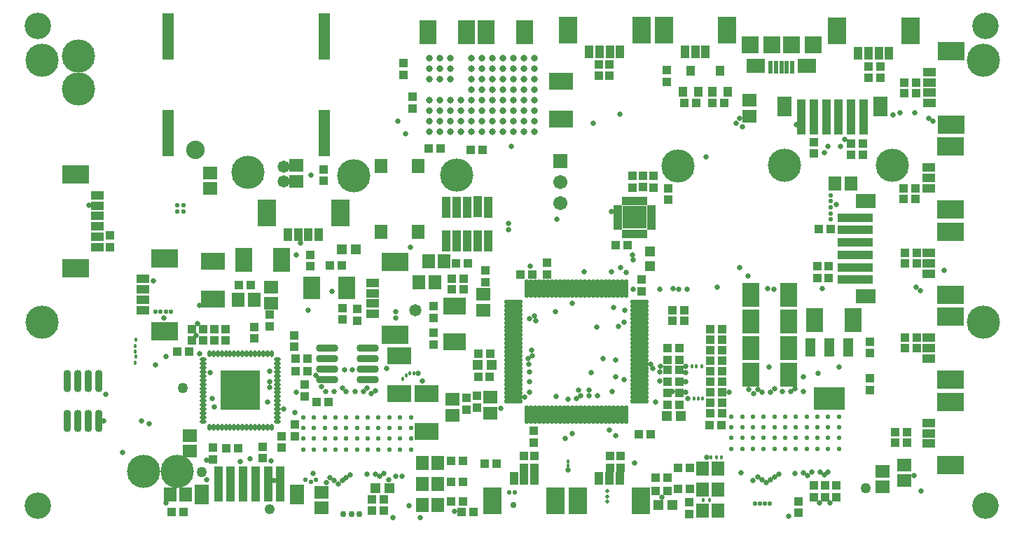
<source format=gts>
G04 Layer_Color=8388736*
%FSLAX25Y25*%
%MOIN*%
G70*
G01*
G75*
%ADD68C,0.01800*%
%ADD69C,0.05000*%
%ADD70C,0.02200*%
%ADD72C,0.02300*%
%ADD73C,0.02100*%
%ADD74C,0.02500*%
%ADD76C,0.02000*%
%ADD77C,0.03000*%
%ADD102R,0.09100X0.12600*%
%ADD103R,0.09800X0.06700*%
%ADD104R,0.12600X0.09100*%
%ADD105R,0.06700X0.09800*%
%ADD106R,0.05918X0.06902*%
%ADD107R,0.06706X0.05918*%
%ADD108R,0.05524X0.22060*%
%ADD109R,0.03950X0.05918*%
%ADD110R,0.05131X0.04737*%
%ADD111R,0.04737X0.05131*%
%ADD112R,0.04343X0.03950*%
%ADD113R,0.03950X0.04343*%
%ADD114C,0.03280*%
%ADD115R,0.08280X0.11430*%
%ADD116R,0.16548X0.03950*%
%ADD117R,0.04737X0.08674*%
%ADD118R,0.14579X0.10642*%
%ADD119R,0.05918X0.03950*%
%ADD120R,0.11036X0.08280*%
%ADD121R,0.05918X0.06706*%
%ADD122O,0.09068X0.01981*%
%ADD123O,0.01981X0.09068*%
%ADD124R,0.03950X0.10249*%
%ADD125R,0.11430X0.08280*%
%ADD126R,0.03950X0.04737*%
%ADD127R,0.02375X0.06115*%
%ADD128R,0.07887X0.08280*%
%ADD129R,0.08280X0.08280*%
%ADD130R,0.09068X0.07099*%
%ADD131R,0.03950X0.16548*%
%ADD132O,0.01784X0.03359*%
%ADD133R,0.18517X0.18517*%
%ADD134O,0.03359X0.01784*%
%ADD135O,0.03556X0.10642*%
%ADD136O,0.10642X0.03556*%
%ADD137R,0.08280X0.11036*%
%ADD138R,0.03950X0.02178*%
%ADD139R,0.02178X0.03950*%
%ADD140R,0.11430X0.11036*%
%ADD141C,0.15800*%
%ADD142R,0.06706X0.06706*%
%ADD143C,0.06706*%
%ADD144C,0.12611*%
%ADD145C,0.02600*%
%ADD146C,0.05800*%
%ADD147C,0.04800*%
%ADD148C,0.08800*%
D68*
X104751Y203125D02*
D03*
X104500Y200000D02*
D03*
Y208250D02*
D03*
Y205625D02*
D03*
X235000Y195000D02*
D03*
X231756Y192500D02*
D03*
X233256Y194000D02*
D03*
X237000Y195000D02*
D03*
X383500Y155000D02*
D03*
X381000D02*
D03*
X378500D02*
D03*
X377872Y134756D02*
D03*
X374744D02*
D03*
X310500Y153000D02*
D03*
Y151000D02*
D03*
X372500Y183000D02*
D03*
X374500D02*
D03*
X370284D02*
D03*
X374000Y198589D02*
D03*
X371500D02*
D03*
X369326D02*
D03*
X104626Y211000D02*
D03*
D69*
X452000Y140500D02*
D03*
X127000Y188000D02*
D03*
X136000Y148000D02*
D03*
D70*
X435500Y279714D02*
D03*
Y277000D02*
D03*
Y274000D02*
D03*
Y271000D02*
D03*
Y268500D02*
D03*
X185500Y144500D02*
D03*
X190500D02*
D03*
X118933Y224500D02*
D03*
X121500D02*
D03*
X116367D02*
D03*
X114000D02*
D03*
X188000Y143500D02*
D03*
D72*
X408635Y164390D02*
D03*
X439343Y174626D02*
D03*
X434225D02*
D03*
X429107D02*
D03*
X423989D02*
D03*
X418871D02*
D03*
X413753D02*
D03*
X408635D02*
D03*
X403517D02*
D03*
X398398D02*
D03*
X393280D02*
D03*
X388162D02*
D03*
X439343Y169508D02*
D03*
X434225D02*
D03*
X429107D02*
D03*
X423989D02*
D03*
X418871D02*
D03*
X413753D02*
D03*
X408635D02*
D03*
X403517D02*
D03*
X398398D02*
D03*
X393280D02*
D03*
X388162D02*
D03*
X439343Y164390D02*
D03*
X434225D02*
D03*
X429107D02*
D03*
X423989D02*
D03*
X418871D02*
D03*
X413753D02*
D03*
X403517D02*
D03*
X398398D02*
D03*
X393280D02*
D03*
X388162D02*
D03*
X439343Y159272D02*
D03*
X434225D02*
D03*
X429107D02*
D03*
X423989D02*
D03*
X418871D02*
D03*
X413753D02*
D03*
X408635D02*
D03*
X403517D02*
D03*
X398398D02*
D03*
X393280D02*
D03*
X388162D02*
D03*
X235599Y174236D02*
D03*
X230481D02*
D03*
X225363D02*
D03*
X220245D02*
D03*
X215127D02*
D03*
X210009D02*
D03*
X204891D02*
D03*
X199773D02*
D03*
X194654D02*
D03*
X189536D02*
D03*
X184418D02*
D03*
X235599Y169118D02*
D03*
X230481D02*
D03*
X225363D02*
D03*
X220245D02*
D03*
X215127D02*
D03*
X210009D02*
D03*
X204891D02*
D03*
X199773D02*
D03*
X194654D02*
D03*
X189536D02*
D03*
X184418D02*
D03*
X235599Y164000D02*
D03*
X230481D02*
D03*
X225363D02*
D03*
X220245D02*
D03*
X215127D02*
D03*
X210009D02*
D03*
X204891D02*
D03*
X199773D02*
D03*
X194654D02*
D03*
X189536D02*
D03*
X184418D02*
D03*
X235599Y158882D02*
D03*
X230481D02*
D03*
X225363D02*
D03*
X220245D02*
D03*
X215127D02*
D03*
X210009D02*
D03*
X204891D02*
D03*
X199773D02*
D03*
X194654D02*
D03*
X189536D02*
D03*
X184418D02*
D03*
D73*
X285250Y138500D02*
D03*
X406500Y133000D02*
D03*
X401877D02*
D03*
X404189D02*
D03*
X124500Y275000D02*
D03*
X399500Y133000D02*
D03*
X282500Y138500D02*
D03*
X127500Y275000D02*
D03*
Y272000D02*
D03*
X124500D02*
D03*
D74*
X234674Y132244D02*
D03*
D76*
X329000Y136450D02*
D03*
Y134000D02*
D03*
Y139000D02*
D03*
D77*
X203500Y128000D02*
D03*
X207500D02*
D03*
X211000D02*
D03*
X284500Y132500D02*
D03*
D102*
X201929Y271500D02*
D03*
X167129D02*
D03*
X345350Y358500D02*
D03*
X310550D02*
D03*
X385950D02*
D03*
X355950D02*
D03*
X473350Y358000D02*
D03*
X438550D02*
D03*
X315050Y134500D02*
D03*
X345050D02*
D03*
X274550D02*
D03*
X304550D02*
D03*
D103*
X452000Y277194D02*
D03*
Y231794D02*
D03*
D104*
X228000Y213392D02*
D03*
Y248192D02*
D03*
X492756Y313650D02*
D03*
Y348450D02*
D03*
X492501Y273049D02*
D03*
Y303049D02*
D03*
X492500Y232549D02*
D03*
Y262549D02*
D03*
Y192049D02*
D03*
Y222049D02*
D03*
Y151549D02*
D03*
Y181549D02*
D03*
X76000Y245207D02*
D03*
Y289907D02*
D03*
X118500Y215150D02*
D03*
X118500Y249950D02*
D03*
D105*
X413550Y322000D02*
D03*
X458950D02*
D03*
X136050Y137500D02*
D03*
X181450D02*
D03*
D106*
X221500Y262500D02*
D03*
X239217D02*
D03*
Y293799D02*
D03*
X221500D02*
D03*
D107*
X181000Y294000D02*
D03*
Y286520D02*
D03*
X270000Y225244D02*
D03*
Y232724D02*
D03*
X140000Y290500D02*
D03*
Y283020D02*
D03*
X255500Y175264D02*
D03*
Y182744D02*
D03*
X273500Y176264D02*
D03*
Y183744D02*
D03*
X396862Y317520D02*
D03*
Y325000D02*
D03*
X470500Y144020D02*
D03*
Y151500D02*
D03*
X460000Y148480D02*
D03*
Y141000D02*
D03*
X130500Y158020D02*
D03*
Y165500D02*
D03*
X169000Y228520D02*
D03*
Y236000D02*
D03*
X193000Y138480D02*
D03*
Y131000D02*
D03*
D108*
X194500Y355515D02*
D03*
Y309437D02*
D03*
X120000Y355515D02*
D03*
Y309437D02*
D03*
D109*
X182000Y261000D02*
D03*
X177079D02*
D03*
X186900D02*
D03*
X191821D02*
D03*
X335243Y348000D02*
D03*
X325421D02*
D03*
X330321D02*
D03*
X320500D02*
D03*
X375842Y348000D02*
D03*
X370921D02*
D03*
X366000D02*
D03*
X453421Y347500D02*
D03*
X448500D02*
D03*
X458321D02*
D03*
X463242D02*
D03*
X335000Y145000D02*
D03*
X330079D02*
D03*
X325157D02*
D03*
X294500D02*
D03*
X289579D02*
D03*
X284658D02*
D03*
D110*
X225500Y140500D02*
D03*
X218807D02*
D03*
X353500Y132500D02*
D03*
X360193D02*
D03*
X267500Y199000D02*
D03*
X274193D02*
D03*
X202807Y254000D02*
D03*
X209500D02*
D03*
X364000Y174744D02*
D03*
X357307D02*
D03*
D111*
X349500Y253000D02*
D03*
Y246307D02*
D03*
D112*
X289500Y155756D02*
D03*
Y150244D02*
D03*
X294500Y155756D02*
D03*
Y150244D02*
D03*
X185000Y189756D02*
D03*
Y184244D02*
D03*
X168256Y222992D02*
D03*
Y217480D02*
D03*
X427500Y305256D02*
D03*
Y299744D02*
D03*
X294000Y167756D02*
D03*
Y162244D02*
D03*
X232000Y337244D02*
D03*
Y342756D02*
D03*
X194000Y286744D02*
D03*
Y292256D02*
D03*
X210000Y225756D02*
D03*
Y220244D02*
D03*
X203000Y226256D02*
D03*
Y220744D02*
D03*
X267000Y178988D02*
D03*
Y184500D02*
D03*
X262000Y177988D02*
D03*
Y183500D02*
D03*
X246500Y214500D02*
D03*
Y208988D02*
D03*
X246500Y221488D02*
D03*
Y227000D02*
D03*
X271000Y238488D02*
D03*
Y244000D02*
D03*
X358000Y277744D02*
D03*
Y283256D02*
D03*
X351000Y289000D02*
D03*
Y283488D02*
D03*
X346000Y289256D02*
D03*
Y283744D02*
D03*
X341000Y289000D02*
D03*
Y283488D02*
D03*
X345500Y234244D02*
D03*
Y239756D02*
D03*
X300500Y247756D02*
D03*
Y242244D02*
D03*
X325000Y342256D02*
D03*
Y336744D02*
D03*
X330000Y342256D02*
D03*
Y336744D02*
D03*
X357500Y333988D02*
D03*
Y339500D02*
D03*
X453500Y341256D02*
D03*
Y335744D02*
D03*
X459000Y341256D02*
D03*
Y335744D02*
D03*
X454000Y204744D02*
D03*
Y210256D02*
D03*
Y187244D02*
D03*
Y192756D02*
D03*
X427500Y141756D02*
D03*
Y136244D02*
D03*
X432750Y141756D02*
D03*
Y136244D02*
D03*
X438000Y141756D02*
D03*
Y136244D02*
D03*
X330500Y155756D02*
D03*
Y150244D02*
D03*
X335500Y155756D02*
D03*
Y150244D02*
D03*
X222750Y135256D02*
D03*
Y129744D02*
D03*
X217000D02*
D03*
Y135256D02*
D03*
X180500Y165244D02*
D03*
Y170756D02*
D03*
X174000Y165256D02*
D03*
Y159744D02*
D03*
X165000Y160256D02*
D03*
Y154744D02*
D03*
X141500Y159756D02*
D03*
Y154244D02*
D03*
X161000Y211744D02*
D03*
Y217256D02*
D03*
X180000Y207744D02*
D03*
Y213256D02*
D03*
X187744Y246008D02*
D03*
Y251520D02*
D03*
X92500Y260756D02*
D03*
Y255244D02*
D03*
X136750Y210744D02*
D03*
Y216256D02*
D03*
X131500D02*
D03*
Y210744D02*
D03*
X368000Y128244D02*
D03*
Y133756D02*
D03*
X236500Y326756D02*
D03*
Y321244D02*
D03*
X434500Y246000D02*
D03*
Y240488D02*
D03*
X420000Y128744D02*
D03*
Y134256D02*
D03*
X429000Y240488D02*
D03*
Y246000D02*
D03*
X142000Y210744D02*
D03*
Y216256D02*
D03*
X147500Y210744D02*
D03*
Y216256D02*
D03*
D113*
X196256Y181500D02*
D03*
X190744D02*
D03*
X130000Y205500D02*
D03*
X124488D02*
D03*
X450756Y299000D02*
D03*
X445244D02*
D03*
X450756Y304500D02*
D03*
X445244D02*
D03*
X377744Y170500D02*
D03*
X383256D02*
D03*
X383756Y176244D02*
D03*
X378244D02*
D03*
X383756Y181244D02*
D03*
X378244D02*
D03*
X378244Y186244D02*
D03*
X383756D02*
D03*
X378244Y191244D02*
D03*
X383756D02*
D03*
X378244Y196244D02*
D03*
X383756D02*
D03*
X383756Y201244D02*
D03*
X378244D02*
D03*
X383756Y206244D02*
D03*
X378244D02*
D03*
X378244Y211256D02*
D03*
X383756D02*
D03*
X378244Y216244D02*
D03*
X383756D02*
D03*
X363256Y207256D02*
D03*
X357744D02*
D03*
X363256Y201500D02*
D03*
X357744D02*
D03*
X363256Y196744D02*
D03*
X357744D02*
D03*
X363256Y191244D02*
D03*
X357744D02*
D03*
X363256Y185744D02*
D03*
X357744D02*
D03*
X363256Y180244D02*
D03*
X357744D02*
D03*
X273256Y204500D02*
D03*
X267744D02*
D03*
X273244Y193500D02*
D03*
X267732D02*
D03*
X255244Y240000D02*
D03*
X260756D02*
D03*
X260756Y235000D02*
D03*
X255244D02*
D03*
X257244Y247500D02*
D03*
X262756D02*
D03*
X293256Y242000D02*
D03*
X287744D02*
D03*
X244244Y302000D02*
D03*
X249756D02*
D03*
X269756Y301500D02*
D03*
X264244D02*
D03*
X333244Y256244D02*
D03*
X338756D02*
D03*
X365744Y323744D02*
D03*
X371256D02*
D03*
X379244D02*
D03*
X384756D02*
D03*
X476012Y328500D02*
D03*
X470500D02*
D03*
X476012Y333500D02*
D03*
X470500D02*
D03*
X470244Y278000D02*
D03*
X475756D02*
D03*
X470244Y283000D02*
D03*
X475756D02*
D03*
X470744Y252500D02*
D03*
X476256D02*
D03*
X470744Y247500D02*
D03*
X476256D02*
D03*
X470744Y207000D02*
D03*
X476256D02*
D03*
X470744Y212000D02*
D03*
X476256D02*
D03*
X466244Y167000D02*
D03*
X471756D02*
D03*
X466244Y162000D02*
D03*
X471756D02*
D03*
X357756Y139000D02*
D03*
X352244D02*
D03*
X352244Y145500D02*
D03*
X357756D02*
D03*
X344244Y166000D02*
D03*
X349756D02*
D03*
X270744Y152000D02*
D03*
X276256D02*
D03*
X153256Y159500D02*
D03*
X147744D02*
D03*
X127256Y129000D02*
D03*
X121744D02*
D03*
X186256Y196000D02*
D03*
X180744D02*
D03*
X186256Y202000D02*
D03*
X180744D02*
D03*
X202756Y246500D02*
D03*
X197244D02*
D03*
X159256Y237000D02*
D03*
X153744D02*
D03*
X260256Y134000D02*
D03*
X254744D02*
D03*
X362744Y150000D02*
D03*
X368256D02*
D03*
X260256Y143500D02*
D03*
X254744D02*
D03*
X362744Y140000D02*
D03*
X368256D02*
D03*
X260256Y153500D02*
D03*
X254744D02*
D03*
X360244Y225256D02*
D03*
X365756D02*
D03*
X435256Y263744D02*
D03*
X429744D02*
D03*
X265256Y129000D02*
D03*
X259744D02*
D03*
X360244Y220256D02*
D03*
X365756D02*
D03*
D114*
X294500Y340000D02*
D03*
Y345000D02*
D03*
X289500Y340000D02*
D03*
Y345000D02*
D03*
X284500D02*
D03*
Y340000D02*
D03*
X294500Y330000D02*
D03*
Y335000D02*
D03*
Y325000D02*
D03*
X289500Y335000D02*
D03*
Y330000D02*
D03*
X279500Y340000D02*
D03*
Y345000D02*
D03*
X284500Y335000D02*
D03*
X274500Y340000D02*
D03*
Y345000D02*
D03*
X279500Y335000D02*
D03*
Y330000D02*
D03*
X274500Y335000D02*
D03*
X284500Y330000D02*
D03*
X269500D02*
D03*
X274500D02*
D03*
X294500Y320000D02*
D03*
X289500Y325000D02*
D03*
X284500Y320000D02*
D03*
Y325000D02*
D03*
X289500Y320000D02*
D03*
X294500Y315000D02*
D03*
X289500D02*
D03*
X294500Y310000D02*
D03*
X284500D02*
D03*
X289500D02*
D03*
X279500Y325000D02*
D03*
X274500D02*
D03*
X279500Y320000D02*
D03*
X269500D02*
D03*
X274500D02*
D03*
X284500Y315000D02*
D03*
X279500D02*
D03*
Y310000D02*
D03*
X274500Y315000D02*
D03*
Y310000D02*
D03*
X269500Y345000D02*
D03*
X264500D02*
D03*
X269500Y340000D02*
D03*
X254500D02*
D03*
X264500D02*
D03*
X269500Y335000D02*
D03*
X264500D02*
D03*
X269500Y325000D02*
D03*
X264500Y330000D02*
D03*
X259500Y325000D02*
D03*
X254500Y345000D02*
D03*
X249500D02*
D03*
Y340000D02*
D03*
X244500Y345000D02*
D03*
Y340000D02*
D03*
X254500Y335000D02*
D03*
X249500D02*
D03*
X254500Y325000D02*
D03*
X244500Y335000D02*
D03*
Y325000D02*
D03*
X264500Y320000D02*
D03*
Y325000D02*
D03*
X269500Y315000D02*
D03*
X259500Y320000D02*
D03*
X254500D02*
D03*
X264500Y315000D02*
D03*
Y310000D02*
D03*
X259500Y315000D02*
D03*
X269500Y310000D02*
D03*
X259500D02*
D03*
X249500Y320000D02*
D03*
Y325000D02*
D03*
X254500Y315000D02*
D03*
X244500Y320000D02*
D03*
X249500Y310000D02*
D03*
Y315000D02*
D03*
X254500Y310000D02*
D03*
X244500Y315000D02*
D03*
Y310000D02*
D03*
D115*
X289610Y357500D02*
D03*
X271500D02*
D03*
X446000Y220500D02*
D03*
X427890D02*
D03*
X415500Y232500D02*
D03*
X397390D02*
D03*
X415500Y219833D02*
D03*
X397390D02*
D03*
X415500Y207167D02*
D03*
X397390D02*
D03*
X415500Y194500D02*
D03*
X397390D02*
D03*
X156000Y249000D02*
D03*
X174110D02*
D03*
X262000Y357500D02*
D03*
X243890D02*
D03*
D116*
X447000Y269244D02*
D03*
Y263339D02*
D03*
Y257433D02*
D03*
Y251528D02*
D03*
Y245622D02*
D03*
Y239717D02*
D03*
D117*
X443756Y207500D02*
D03*
X434701D02*
D03*
X425646D02*
D03*
D118*
X434701Y183091D02*
D03*
D119*
X217500Y233321D02*
D03*
Y238243D02*
D03*
Y228421D02*
D03*
Y223500D02*
D03*
X482256Y333579D02*
D03*
Y338500D02*
D03*
Y328679D02*
D03*
Y323758D02*
D03*
X482000Y293000D02*
D03*
Y288079D02*
D03*
Y283157D02*
D03*
X482000Y252500D02*
D03*
Y247579D02*
D03*
Y242657D02*
D03*
Y212000D02*
D03*
Y207079D02*
D03*
Y202157D02*
D03*
X482000Y171500D02*
D03*
Y166579D02*
D03*
Y161658D02*
D03*
X86500Y260179D02*
D03*
Y255258D02*
D03*
Y274942D02*
D03*
Y279842D02*
D03*
Y270000D02*
D03*
Y265079D02*
D03*
X108000Y230179D02*
D03*
Y235079D02*
D03*
Y240000D02*
D03*
Y225257D02*
D03*
D120*
X256500Y227244D02*
D03*
Y210315D02*
D03*
D121*
X239520Y238500D02*
D03*
X247000D02*
D03*
X244020Y248500D02*
D03*
X251500D02*
D03*
X381890Y149912D02*
D03*
X374409D02*
D03*
X381890Y129912D02*
D03*
X374409D02*
D03*
X381890Y139912D02*
D03*
X374409D02*
D03*
X241000Y152344D02*
D03*
X248480D02*
D03*
X241000Y142344D02*
D03*
X248480D02*
D03*
X241000Y132344D02*
D03*
X248480D02*
D03*
X121020Y137500D02*
D03*
X128500D02*
D03*
X160980Y230000D02*
D03*
X153500D02*
D03*
X444980Y285500D02*
D03*
X437500D02*
D03*
D122*
X344421Y219280D02*
D03*
Y221248D02*
D03*
X284579Y229122D02*
D03*
Y227153D02*
D03*
Y225185D02*
D03*
Y223217D02*
D03*
Y221248D02*
D03*
Y219280D02*
D03*
Y217311D02*
D03*
Y215342D02*
D03*
Y213374D02*
D03*
Y211405D02*
D03*
Y209437D02*
D03*
Y207469D02*
D03*
Y205500D02*
D03*
Y203532D02*
D03*
Y201563D02*
D03*
Y199594D02*
D03*
Y197626D02*
D03*
Y195658D02*
D03*
Y193689D02*
D03*
Y191720D02*
D03*
Y189752D02*
D03*
Y187784D02*
D03*
Y185815D02*
D03*
Y183846D02*
D03*
Y181878D02*
D03*
X344421D02*
D03*
Y183846D02*
D03*
Y185815D02*
D03*
Y187784D02*
D03*
Y189752D02*
D03*
Y191720D02*
D03*
Y193689D02*
D03*
Y195658D02*
D03*
Y197626D02*
D03*
Y199594D02*
D03*
Y201563D02*
D03*
Y203532D02*
D03*
Y205500D02*
D03*
Y207469D02*
D03*
Y209437D02*
D03*
Y211405D02*
D03*
Y213374D02*
D03*
Y215342D02*
D03*
Y217311D02*
D03*
Y223217D02*
D03*
Y225185D02*
D03*
Y227153D02*
D03*
Y229122D02*
D03*
D123*
X290878Y175579D02*
D03*
X292846D02*
D03*
X294815D02*
D03*
X296783D02*
D03*
X298752D02*
D03*
X300721D02*
D03*
X302689D02*
D03*
X304658D02*
D03*
X306626D02*
D03*
X308594D02*
D03*
X310563D02*
D03*
X312531D02*
D03*
X314500D02*
D03*
X316469D02*
D03*
X318437D02*
D03*
X320406D02*
D03*
X322374D02*
D03*
X324342D02*
D03*
X326311D02*
D03*
X328279D02*
D03*
X330248D02*
D03*
X332217D02*
D03*
X334185D02*
D03*
X336154D02*
D03*
X338122D02*
D03*
Y235421D02*
D03*
X336154D02*
D03*
X334185D02*
D03*
X332217D02*
D03*
X330248D02*
D03*
X328279D02*
D03*
X326311D02*
D03*
X324342D02*
D03*
X322374D02*
D03*
X320406D02*
D03*
X318437D02*
D03*
X316469D02*
D03*
X314500D02*
D03*
X312531D02*
D03*
X310563D02*
D03*
X308594D02*
D03*
X306626D02*
D03*
X304658D02*
D03*
X302689D02*
D03*
X300721D02*
D03*
X298752D02*
D03*
X296783D02*
D03*
X294815D02*
D03*
X292846D02*
D03*
X290878D02*
D03*
D124*
X272400Y274300D02*
D03*
Y258300D02*
D03*
X267400Y274500D02*
D03*
Y258300D02*
D03*
X262400Y274300D02*
D03*
Y258300D02*
D03*
X257400Y274300D02*
D03*
Y258300D02*
D03*
X252400Y274300D02*
D03*
Y258300D02*
D03*
D125*
X307000Y316000D02*
D03*
Y334110D02*
D03*
X243000Y167500D02*
D03*
Y185610D02*
D03*
X230000Y203500D02*
D03*
Y185390D02*
D03*
X141500Y248500D02*
D03*
Y230390D02*
D03*
D126*
X379000Y329244D02*
D03*
X386480D02*
D03*
X382740Y339087D02*
D03*
X365000Y329244D02*
D03*
X372480D02*
D03*
X368740Y339087D02*
D03*
D127*
X412000Y340968D02*
D03*
X414559D02*
D03*
X409441D02*
D03*
X406882D02*
D03*
X417118D02*
D03*
D128*
X397039Y351500D02*
D03*
X426961D02*
D03*
D129*
X407276D02*
D03*
X416724D02*
D03*
D130*
X399795Y341461D02*
D03*
X424205D02*
D03*
D131*
X421500Y317000D02*
D03*
X427406D02*
D03*
X433311D02*
D03*
X439217D02*
D03*
X445122D02*
D03*
X451027D02*
D03*
X143973Y142500D02*
D03*
X149878D02*
D03*
X167595D02*
D03*
X161689D02*
D03*
X155783D02*
D03*
X173500D02*
D03*
D132*
X155484Y204618D02*
D03*
X169264Y169382D02*
D03*
X167295D02*
D03*
X165327D02*
D03*
X163358D02*
D03*
X161390D02*
D03*
X159421D02*
D03*
X157453D02*
D03*
X155484D02*
D03*
X153516D02*
D03*
X151547D02*
D03*
X149579D02*
D03*
X147610D02*
D03*
X145642D02*
D03*
X143673D02*
D03*
X141705D02*
D03*
X139736D02*
D03*
Y204618D02*
D03*
X141705D02*
D03*
X143673D02*
D03*
X145642D02*
D03*
X147610D02*
D03*
X149579D02*
D03*
X151547D02*
D03*
X153516D02*
D03*
X159421D02*
D03*
X161390D02*
D03*
X163358D02*
D03*
X165327D02*
D03*
X167295D02*
D03*
X169264D02*
D03*
X157453D02*
D03*
D133*
X154500Y187000D02*
D03*
D134*
X172118Y201764D02*
D03*
Y199795D02*
D03*
Y197827D02*
D03*
Y195858D02*
D03*
Y193890D02*
D03*
Y191921D02*
D03*
Y189953D02*
D03*
Y187984D02*
D03*
Y186016D02*
D03*
Y184047D02*
D03*
Y182079D02*
D03*
Y180110D02*
D03*
Y178142D02*
D03*
Y176173D02*
D03*
Y174205D02*
D03*
Y172236D02*
D03*
X136882D02*
D03*
Y174205D02*
D03*
Y176173D02*
D03*
Y178142D02*
D03*
Y180110D02*
D03*
Y182079D02*
D03*
Y184047D02*
D03*
Y186016D02*
D03*
Y187984D02*
D03*
Y189953D02*
D03*
Y191921D02*
D03*
Y193890D02*
D03*
Y195858D02*
D03*
Y197827D02*
D03*
Y199795D02*
D03*
Y201764D02*
D03*
D135*
X72000Y172354D02*
D03*
X77000D02*
D03*
X82000D02*
D03*
X87000D02*
D03*
X72000Y191646D02*
D03*
X77000D02*
D03*
X82000D02*
D03*
X87000D02*
D03*
D136*
X215146Y192000D02*
D03*
Y197000D02*
D03*
Y202000D02*
D03*
Y207000D02*
D03*
X195854Y192000D02*
D03*
Y197000D02*
D03*
Y202000D02*
D03*
Y207000D02*
D03*
D137*
X205244Y235764D02*
D03*
X188315D02*
D03*
D138*
X350000Y264449D02*
D03*
Y266417D02*
D03*
Y268386D02*
D03*
Y270354D02*
D03*
Y272323D02*
D03*
Y274291D02*
D03*
X334252Y274291D02*
D03*
Y272323D02*
D03*
Y270354D02*
D03*
Y268386D02*
D03*
Y266417D02*
D03*
Y264449D02*
D03*
D139*
X337205Y261496D02*
D03*
X339173D02*
D03*
X341142D02*
D03*
X343110D02*
D03*
X345079D02*
D03*
X347047D02*
D03*
X347047Y277244D02*
D03*
X345079D02*
D03*
X343110D02*
D03*
X341142D02*
D03*
X339173D02*
D03*
X337205D02*
D03*
D140*
X342126Y269370D02*
D03*
D141*
X508000Y219500D02*
D03*
Y344000D02*
D03*
X60000Y219500D02*
D03*
Y344000D02*
D03*
X77500Y330500D02*
D03*
Y346000D02*
D03*
X362776Y293700D02*
D03*
X413276Y294200D02*
D03*
X464776D02*
D03*
X257500Y289500D02*
D03*
X208500Y289000D02*
D03*
X158100Y290665D02*
D03*
X124500Y148500D02*
D03*
X108500D02*
D03*
D142*
X306750Y296000D02*
D03*
D143*
Y286000D02*
D03*
Y276000D02*
D03*
D144*
X509000Y360500D02*
D03*
X58000D02*
D03*
Y132000D02*
D03*
X509000D02*
D03*
D145*
X224000Y197500D02*
D03*
X98500Y157500D02*
D03*
X107500Y172500D02*
D03*
X168500Y196000D02*
D03*
X468500Y319000D02*
D03*
X367500Y183000D02*
D03*
X231500Y146000D02*
D03*
X135000Y204500D02*
D03*
X154500Y153090D02*
D03*
X141000Y183000D02*
D03*
X142243Y179000D02*
D03*
X168500Y188500D02*
D03*
Y191000D02*
D03*
X366500Y198500D02*
D03*
Y195500D02*
D03*
X354000Y195658D02*
D03*
X354500Y198500D02*
D03*
X435044Y133369D02*
D03*
X430000Y133500D02*
D03*
X195500Y143000D02*
D03*
X225139Y144500D02*
D03*
X398805Y185500D02*
D03*
X398500Y144000D02*
D03*
X228500Y224500D02*
D03*
Y221500D02*
D03*
X190515Y193991D02*
D03*
X203993Y196725D02*
D03*
X203000Y188000D02*
D03*
X199000Y186500D02*
D03*
X195000D02*
D03*
X207797Y196838D02*
D03*
X239000Y195000D02*
D03*
X278500Y178500D02*
D03*
X415500Y127000D02*
D03*
X355000Y136000D02*
D03*
X337000Y192000D02*
D03*
X333000Y193500D02*
D03*
X119000Y203000D02*
D03*
X118000Y221500D02*
D03*
X135000Y227500D02*
D03*
X114000Y199000D02*
D03*
X204903Y186403D02*
D03*
X193092Y188664D02*
D03*
X289846Y183846D02*
D03*
X241000Y191500D02*
D03*
X216781Y185608D02*
D03*
X218683Y186817D02*
D03*
X213000Y186500D02*
D03*
X209000D02*
D03*
X183000Y257000D02*
D03*
X181000Y251500D02*
D03*
X229500Y315000D02*
D03*
X233000Y309000D02*
D03*
X159000Y154464D02*
D03*
X175000Y178000D02*
D03*
X180500Y176500D02*
D03*
X167500Y181500D02*
D03*
X181000Y186000D02*
D03*
X169000Y153500D02*
D03*
X170500Y144000D02*
D03*
X376500Y155000D02*
D03*
X214746Y188254D02*
D03*
X235500Y255000D02*
D03*
X293000Y206000D02*
D03*
X310500Y149000D02*
D03*
X292000Y191000D02*
D03*
X439500Y198000D02*
D03*
X475500Y319000D02*
D03*
X482000Y316654D02*
D03*
X419000Y313500D02*
D03*
X392000Y316500D02*
D03*
X335000Y318500D02*
D03*
X322500Y314000D02*
D03*
X240187Y126500D02*
D03*
X227000D02*
D03*
X429500Y195000D02*
D03*
X416521Y186479D02*
D03*
X422427Y186427D02*
D03*
X422500Y193500D02*
D03*
X418500Y187885D02*
D03*
X412584Y186416D02*
D03*
X408647Y187885D02*
D03*
X406679Y186321D02*
D03*
X402742Y186258D02*
D03*
X400773Y187500D02*
D03*
X396500D02*
D03*
X406000Y198000D02*
D03*
X387000Y186012D02*
D03*
X408500Y235000D02*
D03*
X396000Y241500D02*
D03*
X392000Y245500D02*
D03*
X393500Y312500D02*
D03*
X291500Y202000D02*
D03*
X475000Y146500D02*
D03*
X478500Y139000D02*
D03*
X256500Y129365D02*
D03*
X376000Y298000D02*
D03*
X341500Y235000D02*
D03*
X367000D02*
D03*
X335500Y245500D02*
D03*
X331158Y272000D02*
D03*
X363000Y235000D02*
D03*
X360500Y235500D02*
D03*
X341000Y251500D02*
D03*
X341328Y249300D02*
D03*
X354000Y235000D02*
D03*
X305000Y268500D02*
D03*
X342000Y152500D02*
D03*
X292158Y195658D02*
D03*
X292500Y246000D02*
D03*
X304658Y184158D02*
D03*
X140000Y195500D02*
D03*
X318000Y243500D02*
D03*
X333000Y165500D02*
D03*
X338000Y243000D02*
D03*
X282000Y263500D02*
D03*
Y266500D02*
D03*
X465000Y318000D02*
D03*
X349620Y199484D02*
D03*
X334500Y217500D02*
D03*
X350874Y197626D02*
D03*
X440000Y303000D02*
D03*
X405500Y235500D02*
D03*
X434000Y303000D02*
D03*
X431500Y235500D02*
D03*
X442000Y306500D02*
D03*
X360000Y186500D02*
D03*
X366500Y186000D02*
D03*
X354000Y191500D02*
D03*
X366500Y191000D02*
D03*
X312500Y228500D02*
D03*
X134125Y218816D02*
D03*
X478000Y234500D02*
D03*
X381500Y236000D02*
D03*
X390500Y314000D02*
D03*
X198000Y234000D02*
D03*
X291905Y199594D02*
D03*
X295000Y220000D02*
D03*
X294500Y222500D02*
D03*
X310563Y182937D02*
D03*
X292248Y221248D02*
D03*
X430301Y148199D02*
D03*
X432269Y146731D02*
D03*
X434237Y148238D02*
D03*
X228525Y146025D02*
D03*
X222620Y147619D02*
D03*
X220651Y146151D02*
D03*
X218683Y147318D02*
D03*
X214745Y147246D02*
D03*
X206872Y146871D02*
D03*
X204903Y145597D02*
D03*
X202935Y144065D02*
D03*
X200966Y142534D02*
D03*
X198998Y144002D02*
D03*
X197029Y145529D02*
D03*
X189155Y147345D02*
D03*
X392899Y147735D02*
D03*
X418490Y147635D02*
D03*
X422427Y147707D02*
D03*
X424395Y146541D02*
D03*
X426364Y148009D02*
D03*
X400773Y145919D02*
D03*
X402742Y144392D02*
D03*
X410616Y147261D02*
D03*
X408647Y145987D02*
D03*
X406679Y144455D02*
D03*
X404710Y143210D02*
D03*
X304500Y224500D02*
D03*
X324000Y217000D02*
D03*
X330000Y168000D02*
D03*
X352000Y181500D02*
D03*
X293500Y203500D02*
D03*
X312500Y166500D02*
D03*
X309000Y164000D02*
D03*
X186756Y225244D02*
D03*
X432500Y300000D02*
D03*
X476000Y236000D02*
D03*
X489500Y244000D02*
D03*
X484000Y315000D02*
D03*
X438000Y275500D02*
D03*
X292000Y186000D02*
D03*
X331000Y243500D02*
D03*
X314500Y183000D02*
D03*
X316469Y184468D02*
D03*
X315500Y187000D02*
D03*
X320406Y184406D02*
D03*
X324342Y184343D02*
D03*
X320500Y187000D02*
D03*
X321500Y195500D02*
D03*
X337500Y225000D02*
D03*
X337000Y219500D02*
D03*
X332000Y226500D02*
D03*
X113000Y239000D02*
D03*
X133548Y213000D02*
D03*
X111021Y171000D02*
D03*
X119000Y133500D02*
D03*
X138500Y144500D02*
D03*
X89500Y172500D02*
D03*
X138428Y153808D02*
D03*
X90500Y185000D02*
D03*
X188000Y289500D02*
D03*
X82500Y275000D02*
D03*
X283500Y303000D02*
D03*
X333000Y201500D02*
D03*
X327000Y202000D02*
D03*
X331358Y186357D02*
D03*
D146*
X237679Y225000D02*
D03*
X175000Y286500D02*
D03*
Y293500D02*
D03*
D147*
X168500Y130500D02*
D03*
D148*
X133000Y301500D02*
D03*
M02*

</source>
